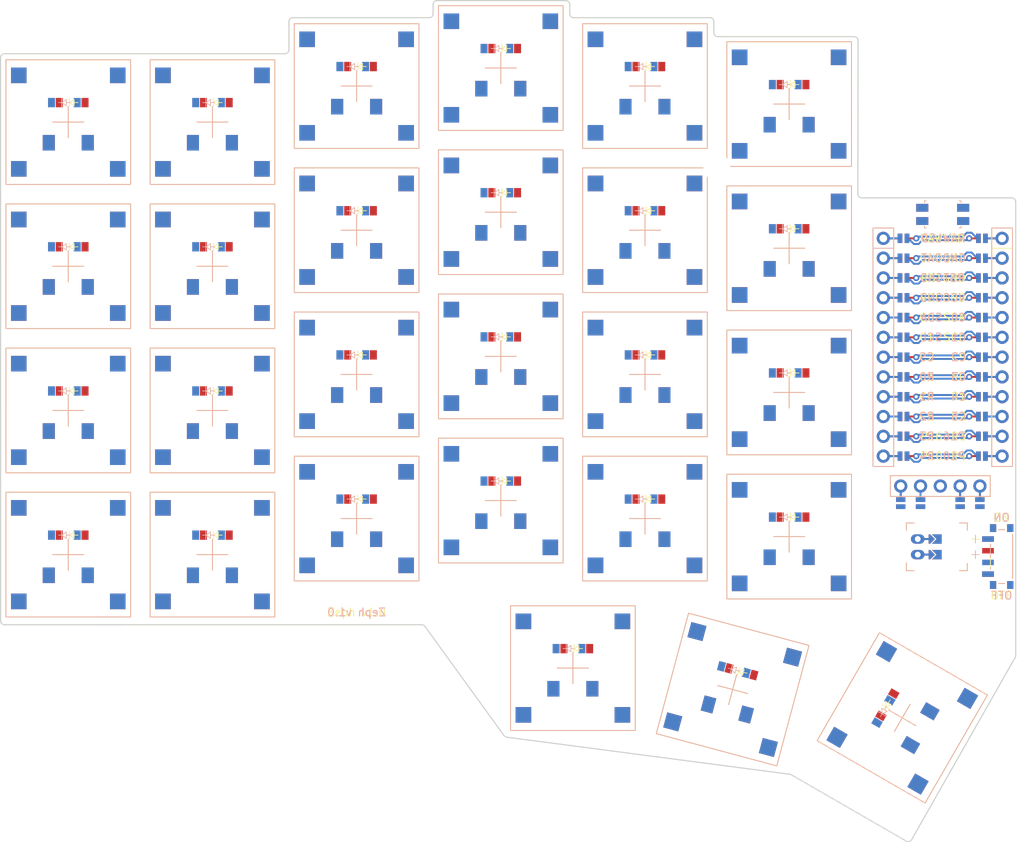
<source format=kicad_pcb>
(kicad_pcb (version 20240108) (generator "ergogen") (generator_version "4.1.0")
  (title_block (title "zeph_wireless") (date "2025-03-17") (rev "0.2") (company "ceoloide"))
  (layers (0 "F.Cu" signal) (31 "B.Cu" signal) (34 "B.Paste" user) (35 "F.Paste" user) (36 "B.SilkS" user "B.Silkscreen") (37 "F.SilkS" user "F.Silkscreen") (38 "B.Mask" user) (39 "F.Mask" user) (44 "Edge.Cuts" user))
  (net 0 "")
  (net 1 "C0")
  (net 2 "outer_bottom_B")
  (net 3 "outer_home_B")
  (net 4 "outer_top_B")
  (net 5 "outer_numbers_B")
  (net 6 "C1")
  (net 7 "pinky_bottom_B")
  (net 8 "pinky_home_B")
  (net 9 "pinky_top_B")
  (net 10 "pinky_numbers_B")
  (net 11 "C2")
  (net 12 "ring_bottom_B")
  (net 13 "ring_home_B")
  (net 14 "ring_top_B")
  (net 15 "ring_numbers_B")
  (net 16 "C3")
  (net 17 "middle_bottom_B")
  (net 18 "middle_home_B")
  (net 19 "middle_top_B")
  (net 20 "middle_numbers_B")
  (net 21 "C4")
  (net 22 "index_bottom_B")
  (net 23 "index_home_B")
  (net 24 "index_top_B")
  (net 25 "index_numbers_B")
  (net 26 "C5")
  (net 27 "inner_bottom_B")
  (net 28 "inner_home_B")
  (net 29 "inner_top_B")
  (net 30 "inner_numbers_B")
  (net 31 "near_home_B")
  (net 32 "mid_home_B")
  (net 33 "far_home_B")
  (net 34 "R3")
  (net 35 "R2")
  (net 36 "R1")
  (net 37 "R0")
  (net 38 "R4")
  (net 39 "outer_bottom_F")
  (net 40 "outer_home_F")
  (net 41 "outer_top_F")
  (net 42 "outer_numbers_F")
  (net 43 "pinky_bottom_F")
  (net 44 "pinky_home_F")
  (net 45 "pinky_top_F")
  (net 46 "pinky_numbers_F")
  (net 47 "ring_bottom_F")
  (net 48 "ring_home_F")
  (net 49 "ring_top_F")
  (net 50 "ring_numbers_F")
  (net 51 "middle_bottom_F")
  (net 52 "middle_home_F")
  (net 53 "middle_top_F")
  (net 54 "middle_numbers_F")
  (net 55 "index_bottom_F")
  (net 56 "index_home_F")
  (net 57 "index_top_F")
  (net 58 "index_numbers_F")
  (net 59 "inner_bottom_F")
  (net 60 "inner_home_F")
  (net 61 "inner_top_F")
  (net 62 "inner_numbers_F")
  (net 63 "near_home_F")
  (net 64 "mid_home_F")
  (net 65 "far_home_F")
  (net 66 "RAW")
  (net 67 "GND")
  (net 68 "RST")
  (net 69 "VCC")
  (net 70 "P16")
  (net 71 "P10")
  (net 72 "LED")
  (net 73 "DAT")
  (net 74 "SDA")
  (net 75 "SCL")
  (net 76 "CS")
  (net 77 "P101")
  (net 78 "P102")
  (net 79 "P107")
  (net 80 "MCU1_24")
  (net 81 "MCU1_1")
  (net 82 "MCU1_23")
  (net 83 "MCU1_2")
  (net 84 "MCU1_22")
  (net 85 "MCU1_3")
  (net 86 "MCU1_21")
  (net 87 "MCU1_4")
  (net 88 "MCU1_20")
  (net 89 "MCU1_5")
  (net 90 "MCU1_19")
  (net 91 "MCU1_6")
  (net 92 "MCU1_18")
  (net 93 "MCU1_7")
  (net 94 "MCU1_17")
  (net 95 "MCU1_8")
  (net 96 "MCU1_16")
  (net 97 "MCU1_9")
  (net 98 "MCU1_15")
  (net 99 "MCU1_10")
  (net 100 "MCU1_14")
  (net 101 "MCU1_11")
  (net 102 "MCU1_13")
  (net 103 "MCU1_12")
  (net 104 "DISP1_1")
  (net 105 "DISP1_2")
  (net 106 "DISP1_4")
  (net 107 "DISP1_5")
  (net 108 "BAT_P")
  (net 109 "JST1_1")
  (net 110 "JST1_2")
  (footprint "ceoloide:mounting_hole_npth" (layer "F.Cu") (at 204.927 100.4635 0)
    (property "Reference" "MH1" hide)
  )
  (footprint "ceoloide:mounting_hole_npth" (layer "F.Cu") (at 218.969 108.7575 0)
    (property "Reference" "MH2" hide)
  )
  (footprint "ceoloide:mounting_hole_npth" (layer "F.Cu") (at 109.25 53.75 0)
    (property "Reference" "MH3" hide)
  )
  (footprint "ceoloide:mounting_hole_npth" (layer "F.Cu") (at 109.25 90.75 0)
    (property "Reference" "MH4" hide)
  )
  (footprint "ceoloide:mounting_hole_npth" (layer "F.Cu") (at 183.218 50.298500000000004 0)
    (property "Reference" "MH5" hide)
  )
  (footprint "ceoloide:mounting_hole_npth" (layer "F.Cu") (at 151.157 107.615 0)
    (property "Reference" "MH6" hide)
  )
  (footprint "ceoloide:mounting_hole_npth" (layer "F.Cu") (at 196.7245951 115.0067481 60)
    (property "Reference" "MH7" hide)
  )
  (footprint "CPG1316S01D02" (at 100 100 0) (layer B.Cu)
    (property "Reference" "S1" hide)
  )
  (footprint "CPG1316S01D02" (at 100 81.5 0) (layer B.Cu)
    (property "Reference" "S2" hide)
  )
  (footprint "CPG1316S01D02" (at 100 63 0) (layer B.Cu)
    (property "Reference" "S3" hide)
  )
  (footprint "CPG1316S01D02" (at 100 44.5 0) (layer B.Cu)
    (property "Reference" "S4" hide)
  )
  (footprint "CPG1316S01D02" (at 118.5 100 0) (layer B.Cu)
    (property "Reference" "S5" hide)
  )
  (footprint "CPG1316S01D02" (at 118.5 81.5 0) (layer B.Cu)
    (property "Reference" "S6" hide)
  )
  (footprint "CPG1316S01D02" (at 118.5 63 0) (layer B.Cu)
    (property "Reference" "S7" hide)
  )
  (footprint "CPG1316S01D02" (at 118.5 44.5 0) (layer B.Cu)
    (property "Reference" "S8" hide)
  )
  (footprint "CPG1316S01D02" (at 137 95.375 0) (layer B.Cu)
    (property "Reference" "S9" hide)
  )
  (footprint "CPG1316S01D02" (at 137 76.875 0) (layer B.Cu)
    (property "Reference" "S10" hide)
  )
  (footprint "CPG1316S01D02" (at 137 58.375 0) (layer B.Cu)
    (property "Reference" "S11" hide)
  )
  (footprint "CPG1316S01D02" (at 137 39.875 0) (layer B.Cu)
    (property "Reference" "S12" hide)
  )
  (footprint "CPG1316S01D02" (at 155.5 93.0625 0) (layer B.Cu)
    (property "Reference" "S13" hide)
  )
  (footprint "CPG1316S01D02" (at 155.5 74.5625 0) (layer B.Cu)
    (property "Reference" "S14" hide)
  )
  (footprint "CPG1316S01D02" (at 155.5 56.0625 0) (layer B.Cu)
    (property "Reference" "S15" hide)
  )
  (footprint "CPG1316S01D02" (at 155.5 37.5625 0) (layer B.Cu)
    (property "Reference" "S16" hide)
  )
  (footprint "CPG1316S01D02" (at 174 95.375 0) (layer B.Cu)
    (property "Reference" "S17" hide)
  )
  (footprint "CPG1316S01D02" (at 174 76.875 0) (layer B.Cu)
    (property "Reference" "S18" hide)
  )
  (footprint "CPG1316S01D02" (at 174 58.375 0) (layer B.Cu)
    (property "Reference" "S19" hide)
  )
  (footprint "CPG1316S01D02" (at 174 39.875 0) (layer B.Cu)
    (property "Reference" "S20" hide)
  )
  (footprint "CPG1316S01D02" (at 192.5 97.6875 0) (layer B.Cu)
    (property "Reference" "S21" hide)
  )
  (footprint "CPG1316S01D02" (at 192.5 79.1875 0) (layer B.Cu)
    (property "Reference" "S22" hide)
  )
  (footprint "CPG1316S01D02" (at 192.5 60.6875 0) (layer B.Cu)
    (property "Reference" "S23" hide)
  )
  (footprint "CPG1316S01D02" (at 192.5 42.1875 0) (layer B.Cu)
    (property "Reference" "S24" hide)
  )
  (footprint "CPG1316S01D02" (at 164.75 114.5625 0) (layer B.Cu)
    (property "Reference" "S25" hide)
  )
  (footprint "CPG1316S01D02" (at 185.25 117.3125 -15) (layer B.Cu)
    (property "Reference" "S26" hide)
  )
  (footprint "CPG1316S01D02" (at 207.0138429 120.9472481 60) (layer B.Cu)
    (property "Reference" "S27" hide)
  )
  (footprint "ceoloide:diode_tht_sod123" (layer "B.Cu") (at 99.5 97.5 0)
    (property "Reference" "D1" hide)
  )
  (footprint "ceoloide:diode_tht_sod123" (layer "B.Cu") (at 99.5 79 0)
    (property "Reference" "D2" hide)
  )
  (footprint "ceoloide:diode_tht_sod123" (layer "B.Cu") (at 99.5 60.5 0)
    (property "Reference" "D3" hide)
  )
  (footprint "ceoloide:diode_tht_sod123" (layer "B.Cu") (at 99.5 42 0)
    (property "Reference" "D4" hide)
  )
  (footprint "ceoloide:diode_tht_sod123" (layer "B.Cu") (at 118 97.5 0)
    (property "Reference" "D5" hide)
  )
  (footprint "ceoloide:diode_tht_sod123" (layer "B.Cu") (at 118 79 0)
    (property "Reference" "D6" hide)
  )
  (footprint "ceoloide:diode_tht_sod123" (layer "B.Cu") (at 118 60.5 0)
    (property "Reference" "D7" hide)
  )
  (footprint "ceoloide:diode_tht_sod123" (layer "B.Cu") (at 118 42 0)
    (property "Reference" "D8" hide)
  )
  (footprint "ceoloide:diode_tht_sod123" (layer "B.Cu") (at 136.5 92.875 0)
    (property "Reference" "D9" hide)
  )
  (footprint "ceoloide:diode_tht_sod123" (layer "B.Cu") (at 136.5 74.375 0)
    (property "Reference" "D10" hide)
  )
  (footprint "ceoloide:diode_tht_sod123" (layer "B.Cu") (at 136.5 55.875 0)
    (property "Reference" "D11" hide)
  )
  (footprint "ceoloide:diode_tht_sod123" (layer "B.Cu") (at 136.5 37.375 0)
    (property "Reference" "D12" hide)
  )
  (footprint "ceoloide:diode_tht_sod123" (layer "B.Cu") (at 155 90.5625 0)
    (property "Reference" "D13" hide)
  )
  (footprint "ceoloide:diode_tht_sod123" (layer "B.Cu") (at 155 72.0625 0)
    (property "Reference" "D14" hide)
  )
  (footprint "ceoloide:diode_tht_sod123" (layer "B.Cu") (at 155 53.5625 0)
    (property "Reference" "D15" hide)
  )
  (footprint "ceoloide:diode_tht_sod123" (layer "B.Cu") (at 155 35.0625 0)
    (property "Reference" "D16" hide)
  )
  (footprint "ceoloide:diode_tht_sod123" (layer "B.Cu") (at 173.5 92.875 0)
    (property "Reference" "D17" hide)
  )
  (footprint "ceoloide:diode_tht_sod123" (layer "B.Cu") (at 173.5 74.375 0)
    (property "Reference" "D18" hide)
  )
  (footprint "ceoloide:diode_tht_sod123" (layer "B.Cu") (at 173.5 55.875 0)
    (property "Reference" "D19" hide)
  )
  (footprint "ceoloide:diode_tht_sod123" (layer "B.Cu") (at 173.5 37.375 0)
    (property "Reference" "D20" hide)
  )
  (footprint "ceoloide:diode_tht_sod123" (layer "B.Cu") (at 192 95.1875 0)
    (property "Reference" "D21" hide)
  )
  (footprint "ceoloide:diode_tht_sod123" (layer "B.Cu") (at 192 76.6875 0)
    (property "Reference" "D22" hide)
  )
  (footprint "ceoloide:diode_tht_sod123" (layer "B.Cu") (at 192 58.1875 0)
    (property "Reference" "D23" hide)
  )
  (footprint "ceoloide:diode_tht_sod123" (layer "B.Cu") (at 192 39.6875 0)
    (property "Reference" "D24" hide)
  )
  (footprint "ceoloide:diode_tht_sod123" (layer "B.Cu") (at 164.25 112.0625 0)
    (property "Reference" "D25" hide)
  )
  (footprint "ceoloide:diode_tht_sod123" (layer "B.Cu") (at 185.4140847 114.7682759 -15)
    (property "Reference" "D26" hide)
  )
  (footprint "ceoloide:diode_tht_sod123" (layer "B.Cu") (at 204.59877939999998 120.1302608 60)
    (property "Reference" "D27" hide)
  )
  (footprint "CPG1316S01D02" (at 100 100 0) (layer F.Cu)
    (property "Reference" "S28" hide)
  )
  (footprint "CPG1316S01D02" (at 100 81.5 0) (layer F.Cu)
    (property "Reference" "S29" hide)
  )
  (footprint "CPG1316S01D02" (at 100 63 0) (layer F.Cu)
    (property "Reference" "S30" hide)
  )
  (footprint "CPG1316S01D02" (at 100 44.5 0) (layer F.Cu)
    (property "Reference" "S31" hide)
  )
  (footprint "CPG1316S01D02" (at 118.5 100 0) (layer F.Cu)
    (property "Reference" "S32" hide)
  )
  (footprint "CPG1316S01D02" (at 118.5 81.5 0) (layer F.Cu)
    (property "Reference" "S33" hide)
  )
  (footprint "CPG1316S01D02" (at 118.5 63 0) (layer F.Cu)
    (property "Reference" "S34" hide)
  )
  (footprint "CPG1316S01D02" (at 118.5 44.5 0) (layer F.Cu)
    (property "Reference" "S35" hide)
  )
  (footprint "CPG1316S01D02" (at 137 95.375 0) (layer F.Cu)
    (property "Reference" "S36" hide)
  )
  (footprint "CPG1316S01D02" (at 137 76.875 0) (layer F.Cu)
    (property "Reference" "S37" hide)
  )
  (footprint "CPG1316S01D02" (at 137 58.375 0) (layer F.Cu)
    (property "Reference" "S38" hide)
  )
  (footprint "CPG1316S01D02" (at 137 39.875 0) (layer F.Cu)
    (property "Reference" "S39" hide)
  )
  (footprint "CPG1316S01D02" (at 155.5 93.0625 0) (layer F.Cu)
    (property "Reference" "S40" hide)
  )
  (footprint "CPG1316S01D02" (at 155.5 74.5625 0) (layer F.Cu)
    (property "Reference" "S41" hide)
  )
  (footprint "CPG1316S01D02" (at 155.5 56.0625 0) (layer F.Cu)
    (property "Reference" "S42" hide)
  )
  (footprint "CPG1316S01D02" (at 155.5 37.5625 0) (layer F.Cu)
    (property "Reference" "S43" hide)
  )
  (footprint "CPG1316S01D02" (at 174 95.375 0) (layer F.Cu)
    (property "Reference" "S44" hide)
  )
  (footprint "CPG1316S01D02" (at 174 76.875 0) (layer F.Cu)
    (property "Reference" "S45" hide)
  )
  (footprint "CPG1316S01D02" (at 174 58.375 0) (layer F.Cu)
    (property "Reference" "S46" hide)
  )
  (footprint "CPG1316S01D02" (at 174 39.875 0) (layer F.Cu)
    (property "Reference" "S47" hide)
  )
  (footprint "CPG1316S01D02" (at 192.5 97.6875 0) (layer F.Cu)
    (property "Reference" "S48" hide)
  )
  (footprint "CPG1316S01D02" (at 192.5 79.1875 0) (layer F.Cu)
    (property "Reference" "S49" hide)
  )
  (footprint "CPG1316S01D02" (at 192.5 60.6875 0) (layer F.Cu)
    (property "Reference" "S50" hide)
  )
  (footprint "CPG1316S01D02" (at 192.5 42.1875 0) (layer F.Cu)
    (property "Reference" "S51" hide)
  )
  (footprint "CPG1316S01D02" (at 164.75 114.5625 0) (layer F.Cu)
    (property "Reference" "S52" hide)
  )
  (footprint "CPG1316S01D02" (at 185.25 117.3125 -15) (layer F.Cu)
    (property "Reference" "S53" hide)
  )
  (footprint "CPG1316S01D02" (at 207.0138429 120.9472481 60) (layer F.Cu)
    (property "Reference" "S54" hide)
  )
  (footprint "ceoloide:diode_tht_sod123" (layer "F.Cu") (at 100.5 97.5 0)
    (property "Reference" "D28" hide)
  )
  (footprint "ceoloide:diode_tht_sod123" (layer "F.Cu") (at 100.5 79 0)
    (property "Reference" "D29" hide)
  )
  (footprint "ceoloide:diode_tht_sod123" (layer "F.Cu") (at 100.5 60.5 0)
    (property "Reference" "D30" hide)
  )
  (footprint "ceoloide:diode_tht_sod123" (layer "F.Cu") (at 100.5 42 0)
    (property "Reference" "D31" hide)
  )
  (footprint "ceoloide:diode_tht_sod123" (layer "F.Cu") (at 119 97.5 0)
    (property "Reference" "D32" hide)
  )
  (footprint "ceoloide:diode_tht_sod123" (layer "F.Cu") (at 119 79 0)
    (property "Reference" "D33" hide)
  )
  (footprint "ceoloide:diode_tht_sod123" (layer "F.Cu") (at 119 60.5 0)
    (property "Reference" "D34" hide)
  )
  (footprint "ceoloide:diode_tht_sod123" (layer "F.Cu") (at 119 42 0)
    (property "Reference" "D35" hide)
  )
  (footprint "ceoloide:diode_tht_sod123" (layer "F.Cu") (at 137.5 92.875 0)
    (property "Reference" "D36" hide)
  )
  (footprint "ceoloide:diode_tht_sod123" (layer "F.Cu") (at 137.5 74.375 0)
    (property "Reference" "D37" hide)
  )
  (footprint "ceoloide:diode_tht_sod123" (layer "F.Cu") (at 137.5 55.875 0)
    (property "Reference" "D38" hide)
  )
  (footprint "ceoloide:diode_tht_sod123" (layer "F.Cu") (at 137.5 37.375 0)
    (property "Reference" "D39" hide)
  )
  (footprint "ceoloide:diode_tht_sod123" (layer "F.Cu") (at 156 90.5625 0)
    (property "Reference" "D40" hide)
  )
  (footprint "ceoloide:diode_tht_sod123" (layer "F.Cu") (at 156 72.0625 0)
    (property "Reference" "D41" hide)
  )
  (footprint "ceoloide:diode_tht_sod123" (layer "F.Cu") (at 156 53.5625 0)
    (property "Reference" "D42" hide)
  )
  (footprint "ceoloide:diode_tht_sod123" (layer "F.Cu") (at 156 35.0625 0)
    (property "Reference" "D43" hide)
  )
  (footprint "ceoloide:diode_tht_sod123" (layer "F.Cu") (at 174.5 92.875 0)
    (property "Reference" "D44" hide)
  )
  (footprint "ceoloide:diode_tht_sod123" (layer "F.Cu") (at 174.5 74.375 0)
    (property "Reference" "D45" hide)
  )
  (footprint "ceoloide:diode_tht_sod123" (layer "F.Cu") (at 174.5 55.875 0)
    (property "Reference" "D46" hide)
  )
  (footprint "ceoloide:diode_tht_sod123" (layer "F.Cu") (at 174.5 37.375 0)
    (property "Reference" "D47" hide)
  )
  (footprint "ceoloide:diode_tht_sod123" (layer "F.Cu") (at 193 95.1875 0)
    (property "Reference" "D48" hide)
  )
  (footprint "ceoloide:diode_tht_sod123" (layer "F.Cu") (at 193 76.6875 0)
    (property "Reference" "D49" hide)
  )
  (footprint "ceoloide:diode_tht_sod123" (layer "F.Cu") (at 193 58.1875 0)
    (property "Reference" "D50" hide)
  )
  (footprint "ceoloide:diode_tht_sod123" (layer "F.Cu") (at 193 39.6875 0)
    (property "Reference" "D51" hide)
  )
  (footprint "ceoloide:diode_tht_sod123" (layer "F.Cu") (at 165.25 112.0625 0)
    (property "Reference" "D52" hide)
  )
  (footprint "ceoloide:diode_tht_sod123" (layer "F.Cu") (at 186.3800105 115.027095 -15)
    (property "Reference" "D53" hide)
  )
  (footprint "ceoloide:diode_tht_sod123" (layer "F.Cu") (at 205.09877939999998 119.26423539999999 60)
    (property "Reference" "D54" hide)
  )
  (footprint "ceoloide:mcu_nice_nano" (layer "F.Cu") (at 212.204 72.12 0)
    (property "Reference" "MCU1" hide)
  )
  (segment (start 216.78400000000002 59.42) (end 215.604 59.42) (width 0.25) (layer "F.Cu"))
  (segment (start 207.624 59.42) (end 208.804 59.42) (width 0.25) (layer "F.Cu"))
  (segment (start 204.584 59.42) (end 206.704 59.42) (width 0.25) (layer "F.Cu"))
  (segment (start 204.584 59.42) (end 206.704 59.42) (width 0.25) (layer "B.Cu"))
  (segment (start 217.704 59.42) (end 219.824 59.42) (width 0.25) (layer "F.Cu"))
  (segment (start 219.824 59.42) (end 217.704 59.42) (width 0.25) (layer "B.Cu"))
  (segment (start 209.59930500000002 59.650000000000006) (end 215.374 59.650000000000006) (width 0.25) (layer "B.Cu"))
  (segment (start 207.429 59.42) (end 207.778695 59.42) (width 0.25) (layer "B.Cu"))
  (segment (start 208.503695 60.145) (end 209.104305 60.145) (width 0.25) (layer "B.Cu"))
  (segment (start 207.778695 59.42) (end 208.503695 60.145) (width 0.25) (layer "B.Cu"))
  (segment (start 209.104305 60.145) (end 209.59930500000002 59.650000000000006) (width 0.25) (layer "B.Cu"))
  (segment (start 216.979 59.42) (end 216.62930500000002 59.42) (width 0.25) (layer "B.Cu"))
  (segment (start 214.798695 59.2) (end 209.024 59.2) (width 0.25) (layer "B.Cu"))
  (segment (start 216.62930500000002 59.42) (end 215.90430500000002 58.69500000000001) (width 0.25) (layer "B.Cu"))
  (segment (start 215.90430500000002 58.69500000000001) (end 215.303695 58.69500000000001) (width 0.25) (layer "B.Cu"))
  (segment (start 215.303695 58.69500000000001) (end 214.798695 59.2) (width 0.25) (layer "B.Cu"))
  (segment (start 216.78400000000002 61.96000000000001) (end 215.604 61.96000000000001) (width 0.25) (layer "F.Cu"))
  (segment (start 207.624 61.96000000000001) (end 208.804 61.96000000000001) (width 0.25) (layer "F.Cu"))
  (segment (start 204.584 61.96000000000001) (end 206.704 61.96000000000001) (width 0.25) (layer "F.Cu"))
  (segment (start 204.584 61.96000000000001) (end 206.704 61.96000000000001) (width 0.25) (layer "B.Cu"))
  (segment (start 217.704 61.96000000000001) (end 219.824 61.96000000000001) (width 0.25) (layer "F.Cu"))
  (segment (start 219.824 61.96000000000001) (end 217.704 61.96000000000001) (width 0.25) (layer "B.Cu"))
  (segment (start 209.59930500000002 62.190000000000005) (end 215.374 62.190000000000005) (width 0.25) (layer "B.Cu"))
  (segment (start 207.429 61.96000000000001) (end 207.778695 61.96000000000001) (width 0.25) (layer "B.Cu"))
  (segment (start 208.503695 62.685) (end 209.104305 62.685) (width 0.25) (layer "B.Cu"))
  (segment (start 207.778695 61.96000000000001) (end 208.503695 62.685) (width 0.25) (layer "B.Cu"))
  (segment (start 209.104305 62.685) (end 209.59930500000002 62.190000000000005) (width 0.25) (layer "B.Cu"))
  (segment (start 216.979 61.96000000000001) (end 216.62930500000002 61.96000000000001) (width 0.25) (layer "B.Cu"))
  (segment (start 214.798695 61.74) (end 209.024 61.74) (width 0.25) (layer "B.Cu"))
  (segment (start 216.62930500000002 61.96000000000001) (end 215.90430500000002 61.23500000000001) (width 0.25) (layer "B.Cu"))
  (segment (start 215.90430500000002 61.23500000000001) (end 215.303695 61.23500000000001) (width 0.25) (layer "B.Cu"))
  (segment (start 215.303695 61.23500000000001) (end 214.798695 61.74) (width 0.25) (layer "B.Cu"))
  (segment (start 216.78400000000002 64.5) (end 215.604 64.5) (width 0.25) (layer "F.Cu"))
  (segment (start 207.624 64.5) (end 208.804 64.5) (width 0.25) (layer "F.Cu"))
  (segment (start 204.584 64.5) (end 206.704 64.5) (width 0.25) (layer "F.Cu"))
  (segment (start 204.584 64.5) (end 206.704 64.5) (width 0.25) (layer "B.Cu"))
  (segment (start 217.704 64.5) (end 219.824 64.5) (width 0.25) (layer "F.Cu"))
  (segment (start 219.824 64.5) (end 217.704 64.5) (width 0.25) (layer "B.Cu"))
  (segment (start 209.59930500000002 64.73) (end 215.374 64.73) (width 0.25) (layer "B.Cu"))
  (segment (start 207.429 64.5) (end 207.778695 64.5) (width 0.25) (layer "B.Cu"))
  (segment (start 208.503695 65.22500000000001) (end 209.104305 65.22500000000001) (width 0.25) (layer "B.Cu"))
  (segment (start 207.778695 64.5) (end 208.503695 65.22500000000001) (width 0.25) (layer "B.Cu"))
  (segment (start 209.104305 65.22500000000001) (end 209.59930500000002 64.73) (width 0.25) (layer "B.Cu"))
  (segment (start 216.979 64.5) (end 216.62930500000002 64.5) (width 0.25) (layer "B.Cu"))
  (segment (start 214.798695 64.28) (end 209.024 64.28) (width 0.25) (layer "B.Cu"))
  (segment (start 216.62930500000002 64.5) (end 215.90430500000002 63.775000000000006) (width 0.25) (layer "B.Cu"))
  (segment (start 215.90430500000002 63.775000000000006) (end 215.303695 63.775000000000006) (width 0.25) (layer "B.Cu"))
  (segment (start 215.303695 63.775000000000006) (end 214.798695 64.28) (width 0.25) (layer "B.Cu"))
  (segment (start 216.78400000000002 67.04) (end 215.604 67.04) (width 0.25) (layer "F.Cu"))
  (segment (start 207.624 67.04) (end 208.804 67.04) (width 0.25) (layer "F.Cu"))
  (segment (start 204.584 67.04) (end 206.704 67.04) (width 0.25) (layer "F.Cu"))
  (segment (start 204.584 67.04) (end 206.704 67.04) (width 0.25) (layer "B.Cu"))
  (segment (start 217.704 67.04) (end 219.824 67.04) (width 0.25) (layer "F.Cu"))
  (segment (start 219.824 67.04) (end 217.704 67.04) (width 0.25) (layer "B.Cu"))
  (segment (start 209.59930500000002 67.27000000000001) (end 215.374 67.27000000000001) (width 0.25) (layer "B.Cu"))
  (segment (start 207.429 67.04) (end 207.778695 67.04) (width 0.25) (layer "B.Cu"))
  (segment (start 208.503695 67.765) (end 209.104305 67.765) (width 0.25) (layer "B.Cu"))
  (segment (start 207.778695 67.04) (end 208.503695 67.765) (width 0.25) (layer "B.Cu"))
  (segment (start 209.104305 67.765) (end 209.59930500000002 67.27000000000001) (width 0.25) (layer "B.Cu"))
  (segment (start 216.979 67.04) (end 216.62930500000002 67.04) (width 0.25) (layer "B.Cu"))
  (segment (start 214.798695 66.82000000000001) (end 209.024 66.82000000000001) (width 0.25) (layer "B.Cu"))
  (segment (start 216.62930500000002 67.04) (end 215.90430500000002 66.315) (width 0.25) (layer "B.Cu"))
  (segment (start 215.90430500000002 66.315) (end 215.303695 66.315) (width 0.25) (layer "B.Cu"))
  (segment (start 215.303695 66.315) (end 214.798695 66.82000000000001) (width 0.25) (layer "B.Cu"))
  (segment (start 216.78400000000002 69.58) (end 215.604 69.58) (width 0.25) (layer "F.Cu"))
  (segment (start 207.624 69.58) (end 208.804 69.58) (width 0.25) (layer "F.Cu"))
  (segment (start 204.584 69.58) (end 206.704 69.58) (width 0.25) (layer "F.Cu"))
  (segment (start 204.584 69.58) (end 206.704 69.58) (width 0.25) (layer "B.Cu"))
  (segment (start 217.704 69.58) (end 219.824 69.58) (width 0.25) (layer "F.Cu"))
  (segment (start 219.824 69.58) (end 217.704 69.58) (width 0.25) (layer "B.Cu"))
  (segment (start 209.59930500000002 69.81) (end 215.374 69.81) (width 0.25) (layer "B.Cu"))
  (segment (start 207.429 69.58) (end 207.778695 69.58) (width 0.25) (layer "B.Cu"))
  (segment (start 208.503695 70.305) (end 209.104305 70.305) (width 0.25) (layer "B.Cu"))
  (segment (start 207.778695 69.58) (end 208.503695 70.305) (width 0.25) (layer "B.Cu"))
  (segment (start 209.104305 70.305) (end 209.59930500000002 69.81) (width 0.25) (layer "B.Cu"))
  (segment (start 216.979 69.58) (end 216.62930500000002 69.58) (width 0.25) (layer "B.Cu"))
  (segment (start 214.798695 69.36) (end 209.024 69.36) (width 0.25) (layer "B.Cu"))
  (segment (start 216.62930500000002 69.58) (end 215.90430500000002 68.855) (width 0.25) (layer "B.Cu"))
  (segment (start 215.90430500000002 68.855) (end 215.303695 68.855) (width 0.25) (layer "B.Cu"))
  (segment (start 215.303695 68.855) (end 214.798695 69.36) (width 0.25) (layer "B.Cu"))
  (segment (start 216.78400000000002 72.12) (end 215.604 72.12) (width 0.25) (layer "F.Cu"))
  (segment (start 207.624 72.12) (end 208.804 72.12) (width 0.25) (layer "F.Cu"))
  (segment (start 204.584 72.12) (end 206.704 72.12) (width 0.25) (layer "F.Cu"))
  (segment (start 204.584 72.12) (end 206.704 72.12) (width 0.25) (layer "B.Cu"))
  (segment (start 217.704 72.12) (end 219.824 72.12) (width 0.25) (layer "F.Cu"))
  (segment (start 219.824 72.12) (end 217.704 72.12) (width 0.25) (layer "B.Cu"))
  (segment (start 209.59930500000002 72.35000000000001) (end 215.374 72.35000000000001) (width 0.25) (layer "B.Cu"))
  (segment (start 207.429 72.12) (end 207.778695 72.12) (width 0.25) (layer "B.Cu"))
  (segment (start 208.503695 72.845) (end 209.104305 72.845) (width 0.25) (layer "B.Cu"))
  (segment (start 207.778695 72.12) (end 208.503695 72.845) (width 0.25) (layer "B.Cu"))
  (segment (start 209.104305 72.845) (end 209.59930500000002 72.35000000000001) (width 0.25) (layer "B.Cu"))
  (segment (start 216.979 72.12) (end 216.62930500000002 72.12) (width 0.25) (layer "B.Cu"))
  (segment (start 214.798695 71.9) (end 209.024 71.9) (width 0.25) (layer "B.Cu"))
  (segment (start 216.62930500000002 72.12) (end 215.90430500000002 71.39500000000001) (width 0.25) (layer "B.Cu"))
  (segment (start 215.90430500000002 71.39500000000001) (end 215.303695 71.39500000000001) (width 0.25) (layer "B.Cu"))
  (segment (start 215.303695 71.39500000000001) (end 214.798695 71.9) (width 0.25) (layer "B.Cu"))
  (segment (start 216.78400000000002 74.66000000000001) (end 215.604 74.66000000000001) (width 0.25) (layer "F.Cu"))
  (segment (start 207.624 74.66000000000001) (end 208.804 74.66000000000001) (width 0.25) (layer "F.Cu"))
  (segment (start 204.584 74.66000000000001) (end 206.704 74.66000000000001) (width 0.25) (layer "F.Cu"))
  (segment (start 204.584 74.66000000000001) (end 206.704 74.66000000000001) (width 0.25) (layer "B.Cu"))
  (segment (start 217.704 74.66000000000001) (end 219.824 74.66000000000001) (width 0.25) (layer "F.Cu"))
  (segment (start 219.824 74.66000000000001) (end 217.704 74.66000000000001) (width 0.25) (layer "B.Cu"))
  (segment (start 209.59930500000002 74.89) (end 215.374 74.89) (width 0.25) (layer "B.Cu"))
  (segment (start 207.429 74.66000000000001) (end 207.778695 74.66000000000001) (width 0.25) (layer "B.Cu"))
  (segment (start 208.503695 75.385) (end 209.104305 75.385) (width 0.25) (layer "B.Cu"))
  (segment (start 207.778695 74.66000000000001) (end 208.503695 75.385) (width 0.25) (layer "B.Cu"))
  (segment (start 209.104305 75.385) (end 209.59930500000002 74.89) (width 0.25) (layer "B.Cu"))
  (segment (start 216.979 74.66000000000001) (end 216.62930500000002 74.66000000000001) (width 0.25) (layer "B.Cu"))
  (segment (start 214.798695 74.44) (end 209.024 74.44) (width 0.25) (layer "B.Cu"))
  (segment (start 216.62930500000002 74.66000000000001) (end 215.90430500000002 73.935) (width 0.25) (layer "B.Cu"))
  (segment (start 215.90430500000002 73.935) (end 215.303695 73.935) (width 0.25) (layer "B.Cu"))
  (segment (start 215.303695 73.935) (end 214.798695 74.44) (width 0.25) (layer "B.Cu"))
  (segment (start 216.78400000000002 77.2) (end 215.604 77.2) (width 0.25) (layer "F.Cu"))
  (segment (start 207.624 77.2) (end 208.804 77.2) (width 0.25) (layer "F.Cu"))
  (segment (start 204.584 77.2) (end 206.704 77.2) (width 0.25) (layer "F.Cu"))
  (segment (start 204.584 77.2) (end 206.704 77.2) (width 0.25) (layer "B.Cu"))
  (segment (start 217.704 77.2) (end 219.824 77.2) (width 0.25) (layer "F.Cu"))
  (segment (start 219.824 77.2) (end 217.704 77.2) (width 0.25) (layer "B.Cu"))
  (segment (start 209.59930500000002 77.43) (end 215.374 77.43) (width 0.25) (layer "B.Cu"))
  (segment (start 207.429 77.2) (end 207.778695 77.2) (width 0.25) (layer "B.Cu"))
  (segment (start 208.503695 77.92500000000001) (end 209.104305 77.92500000000001) (width 0.25) (layer "B.Cu"))
  (segment (start 207.778695 77.2) (end 208.503695 77.92500000000001) (width 0.25) (layer "B.Cu"))
  (segment (start 209.104305 77.92500000000001) (end 209.59930500000002 77.43) (width 0.25) (layer "B.Cu"))
  (segment (start 216.979 77.2) (end 216.62930500000002 77.2) (width 0.25) (layer "B.Cu"))
  (segment (start 214.798695 76.98) (end 209.024 76.98) (width 0.25) (layer "B.Cu"))
  (segment (start 216.62930500000002 77.2) (end 215.90430500000002 76.47500000000001) (width 0.25) (layer "B.Cu"))
  (segment (start 215.90430500000002 76.47500000000001) (end 215.303695 76.47500000000001) (width 0.25) (layer "B.Cu"))
  (segment (start 215.303695 76.47500000000001) (end 214.798695 76.98) (width 0.25) (layer "B.Cu"))
  (segment (start 216.78400000000002 79.74000000000001) (end 215.604 79.74000000000001) (width 0.25) (layer "F.Cu"))
  (segment (start 207.624 79.74000000000001) (end 208.804 79.74000000000001) (width 0.25) (layer "F.Cu"))
  (segment (start 204.584 79.74000000000001) (end 206.704 79.74000000000001) (width 0.25) (layer "F.Cu"))
  (segment (start 204.584 79.74000000000001) (end 206.704 79.74000000000001) (width 0.25) (layer "B.Cu"))
  (segment (start 217.704 79.74000000000001) (end 219.824 79.74000000000001) (width 0.25) (layer "F.Cu"))
  (segment (start 219.824 79.74000000000001) (end 217.704 79.74000000000001) (width 0.25) (layer "B.Cu"))
  (segment (start 209.59930500000002 79.97) (end 215.374 79.97) (width 0.25) (layer "B.Cu"))
  (segment (start 207.429 79.74000000000001) (end 207.778695 79.74000000000001) (width 0.25) (layer "B.Cu"))
  (segment (start 208.503695 80.465) (end 209.104305 80.465) (width 0.25) (layer "B.Cu"))
  (segment (start 207.778695 79.74000000000001) (end 208.503695 80.465) (width 0.25) (layer "B.Cu"))
  (segment (start 209.104305 80.465) (end 209.59930500000002 79.97) (width 0.25) (layer "B.Cu"))
  (segment (start 216.979 79.74000000000001) (end 216.62930500000002 79.74000000000001) (width 0.25) (layer "B.Cu"))
  (segment (start 214.798695 79.52000000000001) (end 209.024 79.52000000000001) (width 0.25) (layer "B.Cu"))
  (segment (start 216.62930500000002 79.74000000000001) (end 215.90430500000002 79.015) (width 0.25) (layer "B.Cu"))
  (segment (start 215.90430500000002 79.015) (end 215.303695 79.015) (width 0.25) (layer "B.Cu"))
  (segment (start 215.303695 79.015) (end 214.798695 79.52000000000001) (width 0.25) (layer "B.Cu"))
  (segment (start 216.78400000000002 82.28) (end 215.604 82.28) (width 0.25) (layer "F.Cu"))
  (segment (start 207.624 82.28) (end 208.804 82.28) (width 0.25) (layer "F.Cu"))
  (segment (start 204.584 82.28) (end 206.704 82.28) (width 0.25) (layer "F.Cu"))
  (segment (start 204.584 82.28) (end 206.704 82.28) (width 0.25) (layer "B.Cu"))
  (segment (start 217.704 82.28) (end 219.824 82.28) (width 0.25) (layer "F.Cu"))
  (segment (start 219.824 82.28) (end 217.704 82.28) (width 0.25) (layer "B.Cu"))
  (segment (start 209.59930500000002 82.51) (end 215.374 82.51) (width 0.25) (layer "B.Cu"))
  (segment (start 207.429 82.28) (end 207.778695 82.28) (width 0.25) (layer "B.Cu"))
  (segment (start 208.503695 83.00500000000001) (end 209.104305 83.00500000000001) (width 0.25) (layer "B.Cu"))
  (segment (start 207.778695 82.28) (end 208.503695 83.00500000000001) (width 0.25) (layer "B.Cu"))
  (segment (start 209.104305 83.00500000000001) (end 209.59930500000002 82.51) (width 0.25) (layer "B.Cu"))
  (segment (start 216.979 82.28) (end 216.62930500000002 82.28) (width 0.25) (layer "B.Cu"))
  (segment (start 214.798695 82.06) (end 209.024 82.06) (width 0.25) (layer "B.Cu"))
  (segment (start 216.62930500000002 82.28) (end 215.90430500000002 81.555) (width 0.25) (layer "B.Cu"))
  (segment (start 215.90430500000002 81.555) (end 215.303695 81.555) (width 0.25) (layer "B.Cu"))
  (segment (start 215.303695 81.555) (end 214.798695 82.06) (width 0.25) (layer "B.Cu"))
  (segment (start 216.78400000000002 84.82000000000001) (end 215.604 84.82000000000001) (width 0.25) (layer "F.Cu"))
  (segment (start 207.624 84.82000000000001) (end 208.804 84.82000000000001) (width 0.25) (layer "F.Cu"))
  (segment (start 204.584 84.82000000000001) (end 206.704 84.82000000000001) (width 0.25) (layer "F.Cu"))
  (segment (start 204.584 84.82000000000001) (end 206.704 84.82000000000001) (width 0.25) (layer "B.Cu"))
  (segment (start 217.704 84.82000000000001) (end 219.824 84.82000000000001) (width 0.25) (layer "F.Cu"))
  (segment (start 219.824 84.82000000000001) (end 217.704 84.82000000000001) (width 0.25) (layer "B.Cu"))
  (segment (start 209.59930500000002 85.05000000000001) (end 215.374 85.05000000000001) (width 0.25) (layer "B.Cu"))
  (segment (start 207.429 84.82000000000001) (end 207.778695 84.82000000000001) (width 0.25) (layer "B.Cu"))
  (segment (start 208.503695 85.545) (end 209.104305 85.545) (width 0.25) (layer "B.Cu"))
  (segment (start 207.778695 84.82000000000001) (end 208.503695 85.545) (width 0.25) (layer "B.Cu"))
  (segment (start 209.104305 85.545) (end 209.59930500000002 85.05000000000001) (width 0.25) (layer "B.Cu"))
  (segment (start 216.979 84.82000000000001) (end 216.62930500000002 84.82000000000001) (width 0.25) (layer "B.Cu"))
  (segment (start 214.798695 84.60000000000001) (end 209.024 84.60000000000001) (width 0.25) (layer "B.Cu"))
  (segment (start 216.62930500000002 84.82000000000001) (end 215.90430500000002 84.095) (width 0.25) (layer "B.Cu"))
  (segment (start 215.90430500000002 84.095) (end 215.303695 84.095) (width 0.25) (layer "B.Cu"))
  (segment (start 215.303695 84.095) (end 214.798695 84.60000000000001) (width 0.25) (layer "B.Cu"))
  (segment (start 216.78400000000002 87.36) (end 215.604 87.36) (width 0.25) (layer "F.Cu"))
  (segment (start 207.624 87.36) (end 208.804 87.36) (width 0.25) (layer "F.Cu"))
  (segment (start 204.584 87.36) (end 206.704 87.36) (width 0.25) (layer "F.Cu"))
  (segment (start 204.584 87.36) (end 206.704 87.36) (width 0.25) (layer "B.Cu"))
  (segment (start 217.704 87.36) (end 219.824 87.36) (width 0.25) (layer "F.Cu"))
  (segment (start 219.824 87.36) (end 217.704 87.36) (width 0.25) (layer "B.Cu"))
  (segment (start 209.59930500000002 87.59) (end 215.374 87.59) (width 0.25) (layer "B.Cu"))
  (segment (start 207.429 87.36) (end 207.778695 87.36) (width 0.25) (layer "B.Cu"))
  (segment (start 208.503695 88.08500000000001) (end 209.104305 88.08500000000001) (width 0.25) (layer "B.Cu"))
  (segment (start 207.778695 87.36) (end 208.503695 88.08500000000001) (width 0.25) (layer "B.Cu"))
  (segment (start 209.104305 88.08500000000001) (end 209.59930500000002 87.59) (width 0.25) (layer "B.Cu"))
  (segment (start 216.979 87.36) (end 216.62930500000002 87.36) (width 0.25) (layer "B.Cu"))
  (segment (start 214.798695 87.14) (end 209.024 87.14) (width 0.25) (layer "B.Cu"))
  (segment (start 216.62930500000002 87.36) (end 215.90430500000002 86.635) (width 0.25) (layer "B.Cu"))
  (segment (start 215.90430500000002 86.635) (end 215.303695 86.635) (width 0.25) (layer "B.Cu"))
  (segment (start 215.303695 86.635) (end 214.798695 87.14) (width 0.25) (layer "B.Cu"))
  (gr_text "Zeph v1.0" (at 137 107.4 0) (layer "F.SilkS") (effects (font (size 1 1))))
  (gr_text "Zeph v1.0" (at 137 107.4 0) (layer "B.SilkS") (effects (font (size 1 1)) (justify mirror)))
  (footprint "ceoloide:display_nice_view" (layer F.Cu) (at 211.897 74.5 0)
    (property "Reference" "DISP1" hide)
  )
  (segment (start 206.81699999999998 91.2) (end 206.81699999999998 92.95) (width 0.25) (layer "F.Cu") (net 76))
  (segment (start 209.357 91.2) (end 209.357 92.95) (width 0.25) (layer "F.Cu") (net 67))
  (segment (start 214.43699999999998 91.2) (end 214.43699999999998 92.95) (width 0.25) (layer "F.Cu") (net 75))
  (segment (start 216.977 91.2) (end 216.977 92.95) (width 0.25) (layer "F.Cu") (net 74))
  (segment (start 206.81699999999998 91.2) (end 206.81699999999998 92.95) (width 0.25) (layer "B.Cu") (net 76))
  (segment (start 209.357 91.2) (end 209.357 92.95) (width 0.25) (layer "B.Cu") (net 67))
  (segment (start 214.43699999999998 91.2) (end 214.43699999999998 92.95) (width 0.25) (layer "B.Cu") (net 75))
  (segment (start 216.977 91.2) (end 216.977 92.95) (width 0.25) (layer "B.Cu") (net 74))
  (footprint "ceoloide:power_switch_smd_side" (layer "F.Cu") (at 219.75 100.25 0)
    (property "Reference" "PWR1" hide)
  )
  (footprint "ceoloide:reset_switch_smd_side" (layer "F.Cu") (at 212.204 56.3475 0)
    (property "Reference" "RST1" hide)
  )
  (footprint "ceoloide:battery_connector_jst_ph_2" (layer "F.Cu") (at 209 99 90)
    (property "Reference" "JST1" hide)
  )
  (segment (start 210.8 100) (end 209 100) (width 0.25) (layer "F.Cu") (net 109))
  (segment (start 210.8 100) (end 209 100) (width 0.25) (layer "B.Cu") (net 109))
  (segment (start 210.8 98) (end 209 98) (width 0.25) (layer "F.Cu") (net 110))
  (segment (start 210.8 98) (end 209 98) (width 0.25) (layer "B.Cu") (net 110))
  (gr_line (start 91.31698635159343 108.49749062536284) (end 91.3150136481544 36.22750013694167) (layer Edge.Cuts) (stroke (width 0.15)))
  (gr_line (start 91.81500014815305 35.727486486482476) (end 127.8150135 35.72651351314865) (layer Edge.Cuts) (stroke (width 0.15)))
  (gr_line (start 128.315 35.22651351314865) (end 128.315 31.6025) (layer Edge.Cuts) (stroke (width 0.15)))
  (gr_line (start 128.815 31.1025) (end 146.315 31.1025) (layer Edge.Cuts) (stroke (width 0.15)))
  (gr_line (start 146.815 30.6025) (end 146.815 29.4095) (layer Edge.Cuts) (stroke (width 0.15)))
  (gr_line (start 147.315 28.9095) (end 163.843 28.9095) (layer Edge.Cuts) (stroke (width 0.15)))
  (gr_line (start 164.343 29.4095) (end 164.343 30.6025) (layer Edge.Cuts) (stroke (width 0.15)))
  (gr_line (start 164.843 31.1025) (end 182.343 31.1025) (layer Edge.Cuts) (stroke (width 0.15)))
  (gr_line (start 182.843 31.6025) (end 182.843 33.03304053725676) (layer Edge.Cuts) (stroke (width 0.15)))
  (gr_line (start 183.34295944999997 33.53304053725271) (end 200.84243620018879 33.53445941374596) (layer Edge.Cuts) (stroke (width 0.15)))
  (gr_line (start 201.34239525024924 34.03506346369977) (end 201.31860479878452 53.72689595009433) (layer Edge.Cuts) (stroke (width 0.15)))
  (gr_line (start 221.25300000000001 113.634096) (end 208.21272077232524 136.5779134988179) (layer Edge.Cuts) (stroke (width 0.15)))
  (gr_line (start 207.52802516305385 136.76386391513054) (end 192.7774819394654 128.24763380959206) (layer Edge.Cuts) (stroke (width 0.15)))
  (gr_line (start 192.59238928387214 128.18487740231367) (end 156.25858872028917 123.42796357991985) (layer Edge.Cuts) (stroke (width 0.15)))
  (gr_line (start 155.91860908845237 123.2255654054282) (end 145.75722672948737 109.20164081803745) (layer Edge.Cuts) (stroke (width 0.15)))
  (gr_line (start 145.35231675324377 108.99501175082412) (end 91.81700935159206 108.99747697528336) (layer Edge.Cuts) (stroke (width 0.15)))
  (gr_line (start 201.81860439884503 54.2275) (end 221.068 54.2275) (layer Edge.Cuts) (stroke (width 0.15)))
  (gr_line (start 221.568 54.7275) (end 221.568 112.95452540612956) (layer Edge.Cuts) (stroke (width 0.15)))
  (gr_line (start 221.50101270000002 113.2045254061295) (end 221.25300000000001 113.634096) (layer Edge.Cuts) (stroke (width 0.15)))
  (gr_arc (start 91.81500014815305 35.727486486546695) (mid 91.46145064815305 35.8739426865467) (end 91.31501364815304 36.22750018654669) (layer Edge.Cuts) (stroke (width 0.15)))
  (gr_arc (start 127.81501349999999 35.72651351314865) (mid 128.1685582 35.58006211314866) (end 128.315 35.22651351314865) (layer Edge.Cuts) (stroke (width 0.15)))
  (gr_arc (start 128.815 31.1025) (mid 128.4614466 31.2489466) (end 128.315 31.6025) (layer Edge.Cuts) (stroke (width 0.15)))
  (gr_arc (start 146.315 31.1025) (mid 146.6685534 30.9560534) (end 146.815 30.6025) (layer Edge.Cuts) (stroke (width 0.15)))
  (gr_arc (start 147.315 28.9095) (mid 146.9614466 29.055946600000002) (end 146.815 29.4095) (layer Edge.Cuts) (stroke (width 0.15)))
  (gr_arc (start 164.343 29.4095) (mid 164.1965534 29.055946600000002) (end 163.843 28.9095) (layer Edge.Cuts) (stroke (width 0.15)))
  (gr_arc (start 164.343 30.6025) (mid 164.48944659999998 30.9560534) (end 164.843 31.1025) (layer Edge.Cuts) (stroke (width 0.15)))
  (gr_arc (start 182.843 31.6025) (mid 182.6965534 31.2489466) (end 182.343 31.1025) (layer Edge.Cuts) (stroke (width 0.15)))
  (gr_arc (start 182.843 33.03304053725676) (mid 182.98943229999998 33.38657963725676) (end 183.34295949999998 33.53304053725676) (layer Edge.Cuts) (stroke (width 0.15)))
  (gr_arc (start 201.3423952501888 34.0350635137419) (mid 201.19617685018878 33.681134013741904) (end 200.8424362501888 33.53445941374191) (layer Edge.Cuts) (stroke (width 0.15)))
  (gr_arc (start 201.31860479884503 53.726896000008146) (mid 201.46483759884504 54.08083980000815) (end 201.81860439884503 54.22750000000815) (layer Edge.Cuts) (stroke (width 0.15)))
  (gr_arc (start 221.568 54.7275) (mid 221.42155340000002 54.3739466) (end 221.068 54.2275) (layer Edge.Cuts) (stroke (width 0.15)))
  (gr_arc (start 221.50101270000002 113.20452540612956) (mid 221.5509629 113.08393490612956) (end 221.568 112.95452540612956) (layer Edge.Cuts) (stroke (width 0.15)))
  (gr_arc (start 207.52802516305388 136.76386391513057) (mid 207.9090690630539 136.81337321513055) (end 208.21272076305388 136.57791351513058) (layer Edge.Cuts) (stroke (width 0.15)))
  (gr_arc (start 192.77748193946536 128.24763380959206) (mid 192.68803173946537 128.20712380959208) (end 192.59238923946535 128.18487740959208) (layer Edge.Cuts) (stroke (width 0.15)))
  (gr_arc (start 155.91860906469594 123.2255654726414) (mid 156.06772676469595 123.36182467264142) (end 156.25858876469596 123.42796367264141) (layer Edge.Cuts) (stroke (width 0.15)))
  (gr_arc (start 145.75722675324377 109.20164075082414) (mid 145.57961185324376 109.04964965082414) (end 145.35231675324377 108.99501175082413) (layer Edge.Cuts) (stroke (width 0.15)))
  (gr_arc (start 91.31698635159206 108.49749067528336) (mid 91.46344595159206 108.85104337528337) (end 91.81700935159206 108.99747697528336) (layer Edge.Cuts) (stroke (width 0.15)))
)
</source>
